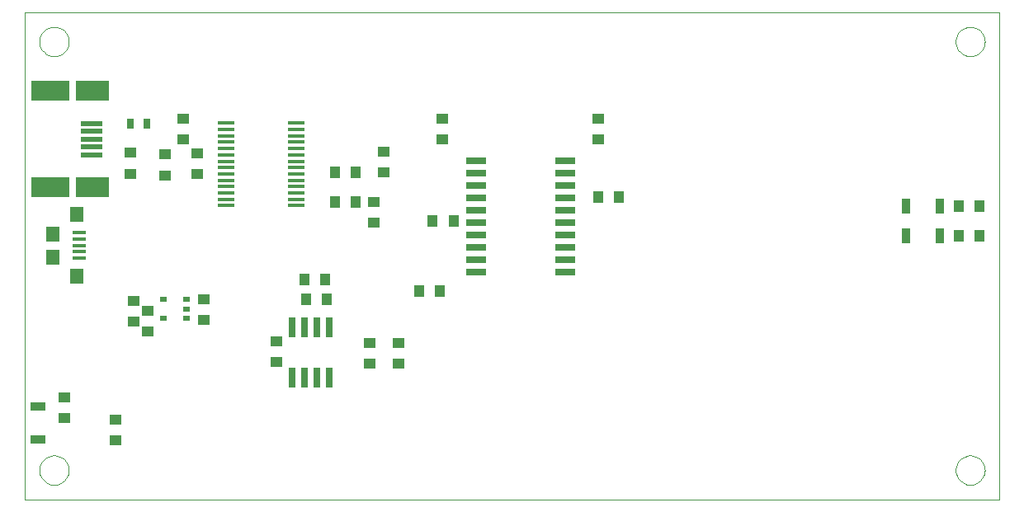
<source format=gbr>
G04 PROTEUS GERBER X2 FILE*
%TF.GenerationSoftware,Labcenter,Proteus,8.16-SP3-Build36097*%
%TF.CreationDate,2025-11-07T09:36:06+00:00*%
%TF.FileFunction,Paste,Top*%
%TF.FilePolarity,Positive*%
%TF.Part,Single*%
%TF.SameCoordinates,{7cfba198-d274-4d3b-beed-790fb78b42e9}*%
%FSLAX45Y45*%
%MOMM*%
G01*
%TA.AperFunction,Material*%
%ADD63R,2.300000X0.500000*%
%ADD64R,3.500000X2.000000*%
%ADD65R,4.000000X2.000000*%
%TA.AperFunction,Material*%
%ADD66R,1.524000X0.889000*%
%ADD67R,1.270000X1.016000*%
%TA.AperFunction,Material*%
%ADD68R,0.635000X0.508000*%
%TA.AperFunction,Material*%
%ADD69R,0.635000X2.032000*%
%TA.AperFunction,Material*%
%ADD74R,1.016000X1.270000*%
%TA.AperFunction,Material*%
%ADD75R,2.032000X0.635000*%
%TA.AperFunction,Material*%
%ADD76R,1.752600X0.457200*%
%TA.AperFunction,Material*%
%ADD77R,0.787400X0.990600*%
%ADD78R,0.889000X1.524000*%
%TA.AperFunction,Material*%
%ADD79R,1.350000X0.400000*%
%ADD80R,1.400000X1.600000*%
%TA.AperFunction,Profile*%
%ADD30C,0.101600*%
%TD.AperFunction*%
D63*
X+670000Y+3870000D03*
X+670000Y+3790000D03*
X+670000Y+3710000D03*
X+670000Y+3630000D03*
X+670000Y+3550000D03*
D64*
X+680000Y+3220000D03*
D65*
X+250000Y+3220000D03*
X+250000Y+4210000D03*
D64*
X+680000Y+4210000D03*
D66*
X+120000Y+970000D03*
X+120000Y+630000D03*
D67*
X+390000Y+850000D03*
X+390000Y+1063360D03*
X+920000Y+620000D03*
X+920000Y+833360D03*
D68*
X+1641920Y+1873480D03*
X+1641920Y+1967460D03*
X+1641920Y+2063980D03*
X+1403160Y+2063980D03*
X+1403160Y+1873480D03*
D67*
X+1820000Y+2070000D03*
X+1820000Y+1856640D03*
X+2570000Y+1420000D03*
X+2570000Y+1633360D03*
D69*
X+2729500Y+1259650D03*
X+2856500Y+1259650D03*
X+2983500Y+1259650D03*
X+3110500Y+1259650D03*
X+3110500Y+1780350D03*
X+2983500Y+1780350D03*
X+2856500Y+1780350D03*
X+2729500Y+1780350D03*
D74*
X+2870000Y+2070000D03*
X+3083360Y+2070000D03*
D67*
X+3520000Y+1620000D03*
X+3520000Y+1406640D03*
D74*
X+3070000Y+2270000D03*
X+2856640Y+2270000D03*
D67*
X+3820000Y+1620000D03*
X+3820000Y+1406640D03*
D75*
X+5527200Y+2348500D03*
X+5527200Y+2475500D03*
X+5527200Y+2602500D03*
X+5527200Y+2729500D03*
X+5527200Y+2856500D03*
X+5527200Y+2983500D03*
X+5527200Y+3110500D03*
X+5527200Y+3237500D03*
X+5527200Y+3364500D03*
X+5527200Y+3491500D03*
X+4612800Y+3491500D03*
X+4612800Y+3364500D03*
X+4612800Y+3237500D03*
X+4612800Y+3110500D03*
X+4612800Y+2983500D03*
X+4612800Y+2856500D03*
X+4612800Y+2729500D03*
X+4612800Y+2602500D03*
X+4612800Y+2475500D03*
X+4612800Y+2348500D03*
D67*
X+5870000Y+3920000D03*
X+5870000Y+3706640D03*
D74*
X+5870000Y+3120000D03*
X+6083360Y+3120000D03*
D67*
X+4270000Y+3920000D03*
X+4270000Y+3706640D03*
D74*
X+4170000Y+2870000D03*
X+4383360Y+2870000D03*
X+4030000Y+2150000D03*
X+4243360Y+2150000D03*
D76*
X+2770000Y+3030000D03*
X+2770000Y+3095000D03*
X+2770000Y+3160000D03*
X+2770000Y+3225000D03*
X+2770000Y+3290000D03*
X+2770000Y+3355000D03*
X+2770000Y+3420000D03*
X+2770000Y+3485000D03*
X+2770000Y+3550000D03*
X+2770000Y+3615000D03*
X+2770000Y+3680000D03*
X+2770000Y+3745000D03*
X+2770000Y+3810000D03*
X+2770000Y+3875000D03*
X+2050000Y+3875000D03*
X+2050000Y+3810000D03*
X+2050000Y+3745000D03*
X+2050000Y+3680000D03*
X+2050000Y+3615000D03*
X+2050000Y+3550000D03*
X+2050000Y+3485000D03*
X+2050000Y+3420000D03*
X+2050000Y+3355000D03*
X+2050000Y+3290000D03*
X+2050000Y+3225000D03*
X+2050000Y+3160000D03*
X+2050000Y+3095000D03*
X+2050000Y+3030000D03*
D77*
X+1070000Y+3870000D03*
X+1240000Y+3870000D03*
D67*
X+1070000Y+3570000D03*
X+1070000Y+3356640D03*
X+1420000Y+3340000D03*
X+1420000Y+3553360D03*
X+1610000Y+3710000D03*
X+1610000Y+3923360D03*
D78*
X+9370000Y+2720000D03*
X+9030000Y+2720000D03*
X+9370000Y+3020000D03*
X+9030000Y+3020000D03*
D74*
X+9570000Y+3020000D03*
X+9783360Y+3020000D03*
X+9570000Y+2720000D03*
X+9783360Y+2720000D03*
X+3170000Y+3070000D03*
X+3383360Y+3070000D03*
X+3170000Y+3370000D03*
X+3383360Y+3370000D03*
D67*
X+3670000Y+3370000D03*
X+3670000Y+3583360D03*
X+3570000Y+3070000D03*
X+3570000Y+2856640D03*
D79*
X+540000Y+2750000D03*
X+540000Y+2685000D03*
X+540000Y+2620000D03*
X+540000Y+2555000D03*
X+540000Y+2490000D03*
D80*
X+518000Y+2940000D03*
X+272000Y+2740000D03*
X+272000Y+2500000D03*
X+518000Y+2300000D03*
D67*
X+1750000Y+3350000D03*
X+1750000Y+3563360D03*
X+1100000Y+2050000D03*
X+1100000Y+1836640D03*
X+1250000Y+1950000D03*
X+1250000Y+1736640D03*
D30*
X-14000Y+13000D02*
X+9986000Y+13000D01*
X+9986000Y+5013000D01*
X-14000Y+5013000D01*
X-14000Y+13000D01*
X+9836000Y+4713000D02*
X+9835498Y+4725258D01*
X+9831422Y+4749775D01*
X+9822906Y+4774292D01*
X+9809032Y+4798809D01*
X+9787806Y+4823161D01*
X+9763289Y+4841555D01*
X+9738772Y+4853411D01*
X+9714255Y+4860315D01*
X+9689738Y+4862953D01*
X+9686000Y+4863000D01*
X+9536000Y+4713000D02*
X+9536502Y+4725258D01*
X+9540578Y+4749775D01*
X+9549094Y+4774292D01*
X+9562968Y+4798809D01*
X+9584194Y+4823161D01*
X+9608711Y+4841555D01*
X+9633228Y+4853411D01*
X+9657745Y+4860315D01*
X+9682262Y+4862953D01*
X+9686000Y+4863000D01*
X+9536000Y+4713000D02*
X+9536502Y+4700742D01*
X+9540578Y+4676225D01*
X+9549094Y+4651708D01*
X+9562968Y+4627191D01*
X+9584194Y+4602839D01*
X+9608711Y+4584445D01*
X+9633228Y+4572589D01*
X+9657745Y+4565685D01*
X+9682262Y+4563047D01*
X+9686000Y+4563000D01*
X+9836000Y+4713000D02*
X+9835498Y+4700742D01*
X+9831422Y+4676225D01*
X+9822906Y+4651708D01*
X+9809032Y+4627191D01*
X+9787806Y+4602839D01*
X+9763289Y+4584445D01*
X+9738772Y+4572589D01*
X+9714255Y+4565685D01*
X+9689738Y+4563047D01*
X+9686000Y+4563000D01*
X+9836000Y+313000D02*
X+9835498Y+325258D01*
X+9831422Y+349775D01*
X+9822906Y+374292D01*
X+9809032Y+398809D01*
X+9787806Y+423161D01*
X+9763289Y+441555D01*
X+9738772Y+453411D01*
X+9714255Y+460315D01*
X+9689738Y+462953D01*
X+9686000Y+463000D01*
X+9536000Y+313000D02*
X+9536502Y+325258D01*
X+9540578Y+349775D01*
X+9549094Y+374292D01*
X+9562968Y+398809D01*
X+9584194Y+423161D01*
X+9608711Y+441555D01*
X+9633228Y+453411D01*
X+9657745Y+460315D01*
X+9682262Y+462953D01*
X+9686000Y+463000D01*
X+9536000Y+313000D02*
X+9536502Y+300742D01*
X+9540578Y+276225D01*
X+9549094Y+251708D01*
X+9562968Y+227191D01*
X+9584194Y+202839D01*
X+9608711Y+184445D01*
X+9633228Y+172589D01*
X+9657745Y+165685D01*
X+9682262Y+163047D01*
X+9686000Y+163000D01*
X+9836000Y+313000D02*
X+9835498Y+300742D01*
X+9831422Y+276225D01*
X+9822906Y+251708D01*
X+9809032Y+227191D01*
X+9787806Y+202839D01*
X+9763289Y+184445D01*
X+9738772Y+172589D01*
X+9714255Y+165685D01*
X+9689738Y+163047D01*
X+9686000Y+163000D01*
X+436000Y+313000D02*
X+435498Y+325258D01*
X+431422Y+349775D01*
X+422906Y+374292D01*
X+409032Y+398809D01*
X+387806Y+423161D01*
X+363289Y+441555D01*
X+338772Y+453411D01*
X+314255Y+460315D01*
X+289738Y+462953D01*
X+286000Y+463000D01*
X+136000Y+313000D02*
X+136502Y+325258D01*
X+140578Y+349775D01*
X+149094Y+374292D01*
X+162968Y+398809D01*
X+184194Y+423161D01*
X+208711Y+441555D01*
X+233228Y+453411D01*
X+257745Y+460315D01*
X+282262Y+462953D01*
X+286000Y+463000D01*
X+136000Y+313000D02*
X+136502Y+300742D01*
X+140578Y+276225D01*
X+149094Y+251708D01*
X+162968Y+227191D01*
X+184194Y+202839D01*
X+208711Y+184445D01*
X+233228Y+172589D01*
X+257745Y+165685D01*
X+282262Y+163047D01*
X+286000Y+163000D01*
X+436000Y+313000D02*
X+435498Y+300742D01*
X+431422Y+276225D01*
X+422906Y+251708D01*
X+409032Y+227191D01*
X+387806Y+202839D01*
X+363289Y+184445D01*
X+338772Y+172589D01*
X+314255Y+165685D01*
X+289738Y+163047D01*
X+286000Y+163000D01*
X+436000Y+4713000D02*
X+435498Y+4725258D01*
X+431422Y+4749775D01*
X+422906Y+4774292D01*
X+409032Y+4798809D01*
X+387806Y+4823161D01*
X+363289Y+4841555D01*
X+338772Y+4853411D01*
X+314255Y+4860315D01*
X+289738Y+4862953D01*
X+286000Y+4863000D01*
X+136000Y+4713000D02*
X+136502Y+4725258D01*
X+140578Y+4749775D01*
X+149094Y+4774292D01*
X+162968Y+4798809D01*
X+184194Y+4823161D01*
X+208711Y+4841555D01*
X+233228Y+4853411D01*
X+257745Y+4860315D01*
X+282262Y+4862953D01*
X+286000Y+4863000D01*
X+136000Y+4713000D02*
X+136502Y+4700742D01*
X+140578Y+4676225D01*
X+149094Y+4651708D01*
X+162968Y+4627191D01*
X+184194Y+4602839D01*
X+208711Y+4584445D01*
X+233228Y+4572589D01*
X+257745Y+4565685D01*
X+282262Y+4563047D01*
X+286000Y+4563000D01*
X+436000Y+4713000D02*
X+435498Y+4700742D01*
X+431422Y+4676225D01*
X+422906Y+4651708D01*
X+409032Y+4627191D01*
X+387806Y+4602839D01*
X+363289Y+4584445D01*
X+338772Y+4572589D01*
X+314255Y+4565685D01*
X+289738Y+4563047D01*
X+286000Y+4563000D01*
M02*

</source>
